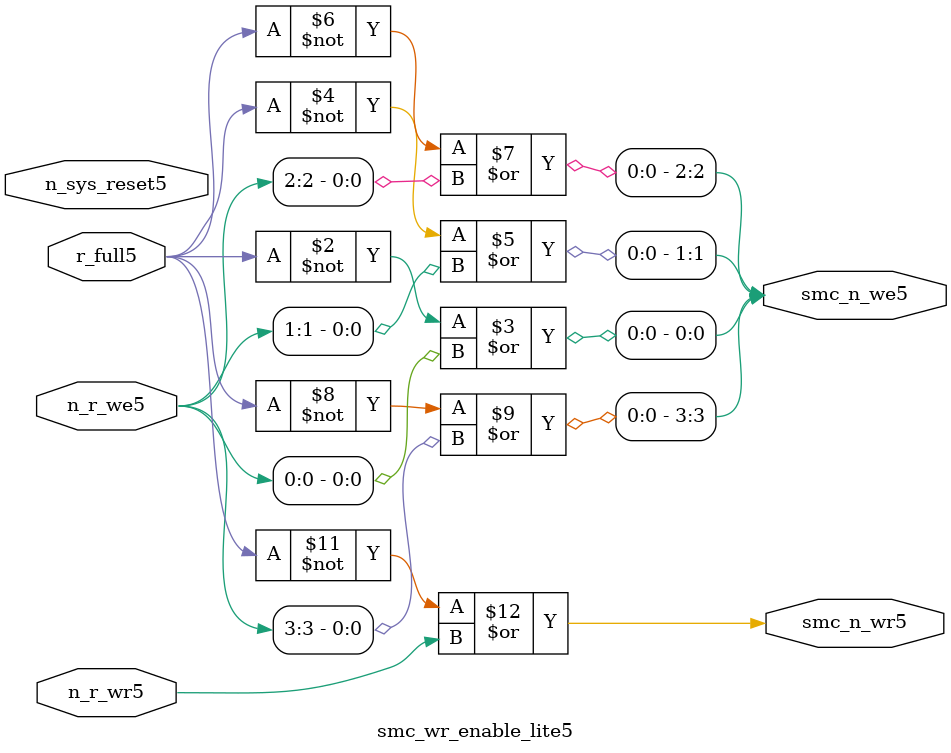
<source format=v>


  module smc_wr_enable_lite5 (

                      //inputs5                      

                      n_sys_reset5,
                      r_full5,
                      n_r_we5,
                      n_r_wr5,

                      //outputs5

                      smc_n_we5,
                      smc_n_wr5);

//I5/O5
   
   input             n_sys_reset5;   //system reset
   input             r_full5;    // Full cycle write strobe5
   input [3:0]       n_r_we5;    //write enable from smc_strobe5
   input             n_r_wr5;    //write strobe5 from smc_strobe5
   output [3:0]      smc_n_we5;  // write enable (active low5)
   output            smc_n_wr5;  // write strobe5 (active low5)
   
   
//output reg declaration5.
   
   reg [3:0]          smc_n_we5;
   reg                smc_n_wr5;

//----------------------------------------------------------------------
// negedge strobes5 with clock5.
//----------------------------------------------------------------------
      

//----------------------------------------------------------------------
      
//--------------------------------------------------------------------
// Gate5 Write strobes5 with clock5.
//--------------------------------------------------------------------

  always @(r_full5 or n_r_we5)
  
  begin
  
     smc_n_we5[0] = ((~r_full5  ) | n_r_we5[0] );

     smc_n_we5[1] = ((~r_full5  ) | n_r_we5[1] );

     smc_n_we5[2] = ((~r_full5  ) | n_r_we5[2] );

     smc_n_we5[3] = ((~r_full5  ) | n_r_we5[3] );

  
  end

//--------------------------------------------------------------------   
//write strobe5 generation5
//--------------------------------------------------------------------   

  always @(n_r_wr5 or r_full5 )
  
     begin
  
        smc_n_wr5 = ((~r_full5 ) | n_r_wr5 );
       
     end

endmodule // smc_wr_enable5


</source>
